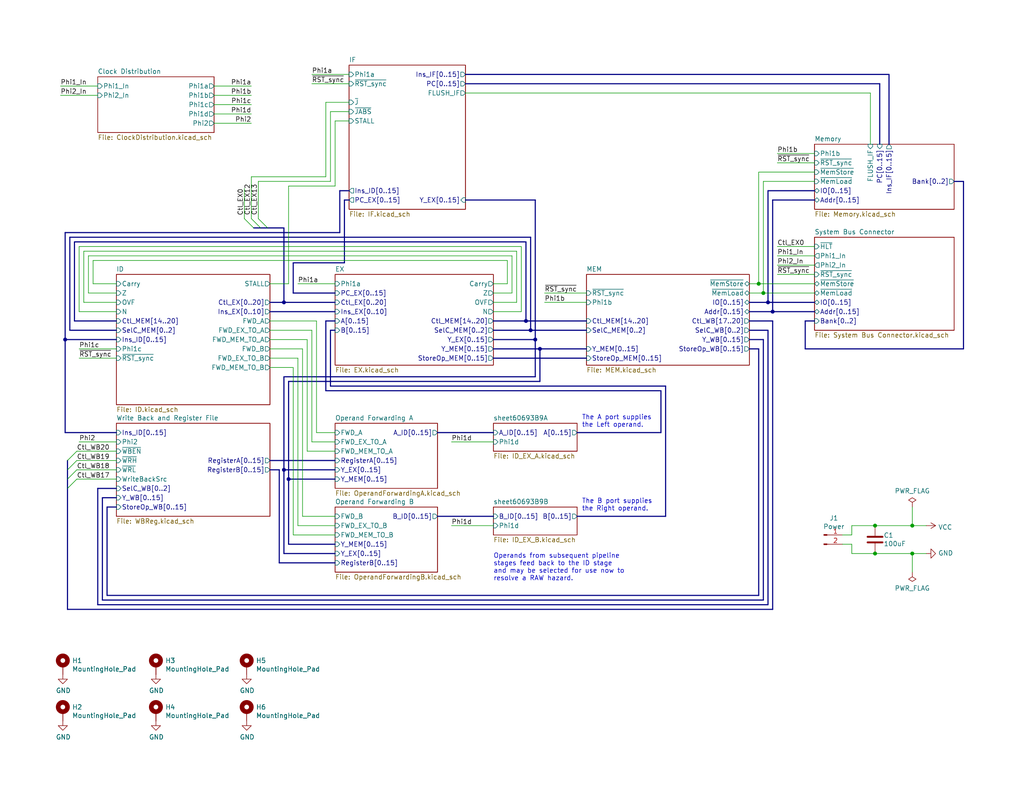
<source format=kicad_sch>
(kicad_sch (version 20250114) (generator "eeschema") (generator_version "9.0")
  (paper "USLetter")
  (title_block (title "Turtle16: Processor Board") (date "2023-11-25") (rev "A") (comment 4 "Microcomputer built from 74xx series logic chips."))
  (lib_symbols
    (symbol "Connector:Conn_01x02_Pin" (pin_names (offset 1.016) (hide yes))
      (property "Reference" "J" (at 0 2.54 0))
      (property "Value" "Conn_01x02_Pin" (at 0 -5.08 0))
      (symbol "Conn_01x02_Pin_1_1"
        (rectangle (start 0.8636 0.127) (end 0 -0.127) (stroke (width 0.1524)) (fill (type outline)))
        (rectangle (start 0.8636 -2.413) (end 0 -2.667) (stroke (width 0.1524)) (fill (type outline)))
        (polyline (pts (xy 1.27 0) (xy 0.8636 0)) (stroke (width 0.1524)))
        (polyline (pts (xy 1.27 -2.54) (xy 0.8636 -2.54)) (stroke (width 0.1524)))
        (pin passive line (at 5.08 0 180) (length 3.81) (name "Pin_1") (number "1"))
        (pin passive line (at 5.08 -2.54 180) (length 3.81) (name "Pin_2") (number "2"))
      )
    )
    (symbol "Device:C" (pin_numbers (hide yes)) (pin_names (offset 0.254))
      (property "Reference" "C" (at 0.635 2.54 0))
      (property "Value" "C" (at 0.635 -2.54 0))
      (symbol "C_0_1"
        (polyline (pts (xy -2.032 0.762) (xy 2.032 0.762)) (stroke (width 0.508)))
        (polyline (pts (xy -2.032 -0.762) (xy 2.032 -0.762)) (stroke (width 0.508)))
      )
      (symbol "C_1_1"
        (pin passive line (at 0 3.81 270) (length 2.794) (name "~") (number "1"))
        (pin passive line (at 0 -3.81 90) (length 2.794) (name "~") (number "2"))
      )
    )
    (symbol "Mechanical:MountingHole_Pad" (pin_numbers (hide yes)) (pin_names (offset 1.016) (hide yes))
      (property "Reference" "H" (at 0 6.35 0))
      (property "Value" "MountingHole_Pad" (at 0 4.445 0))
      (symbol "MountingHole_Pad_0_1"
        (circle (center 0 1.27) (radius 1.27) (stroke (width 1.27)))
      )
      (symbol "MountingHole_Pad_1_1"
        (pin input line (at 0 -2.54 90) (length 2.54) (name "1") (number "1"))
      )
    )
    (symbol "power:GND" (power) (pin_names (offset 0))
      (property "Value" "GND" (at 0 -3.81 0))
      (symbol "GND_0_1"
        (polyline (pts (xy 0 0) (xy 0 -1.27) (xy 1.27 -1.27) (xy 0 -2.54) (xy -1.27 -1.27) (xy 0 -1.27)))
      )
      (symbol "GND_1_1"
        (pin power_in line (at 0 0 270) (length 0) (hide yes) (name "GND") (number "1"))
      )
    )
    (symbol "power:PWR_FLAG" (power) (pin_numbers (hide yes)) (pin_names (offset 0) (hide yes))
      (property "Value" "PWR_FLAG" (at 0 3.81 0))
      (symbol "PWR_FLAG_0_0"
        (pin power_out line (at 0 0 90) (length 0) (name "pwr") (number "1"))
      )
      (symbol "PWR_FLAG_0_1"
        (polyline (pts (xy 0 0) (xy 0 1.27) (xy -1.016 1.905) (xy 0 2.54) (xy 1.016 1.905) (xy 0 1.27)))
      )
    )
    (symbol "power:VCC" (power) (pin_names (offset 0))
      (property "Value" "VCC" (at 0 3.81 0))
      (symbol "VCC_0_1"
        (polyline (pts (xy -0.762 1.27) (xy 0 2.54)))
        (polyline (pts (xy 0 2.54) (xy 0.762 1.27)))
        (polyline (pts (xy 0 0) (xy 0 2.54)))
      )
      (symbol "VCC_1_1"
        (pin power_in line (at 0 0 90) (length 0) (hide yes) (name "VCC") (number "1"))
      )
    )
  )
  (text "Operands from subsequent pipeline\nstages feed back to the ID stage\nand may be selected for use now to\nresolve a RAW hazard." (at 134.62 158.75 0) (effects (font (size 1.27 1.27)) (justify left bottom)))
  (text "The B port supplies\nthe Right operand." (at 158.75 139.7 0) (effects (font (size 1.27 1.27)) (justify left bottom)))
  (text "The A port supplies\nthe Left operand." (at 158.75 116.84 0) (effects (font (size 1.27 1.27)) (justify left bottom)))
  (junction (at 77.47 128.27))
  (junction (at 147.32 95.25))
  (junction (at 207.01 77.47))
  (junction (at 238.76 151.13))
  (junction (at 248.92 151.13))
  (junction (at 208.28 80.01))
  (junction (at 143.51 87.63))
  (junction (at 146.05 92.71))
  (junction (at 144.78 90.17))
  (junction (at 248.92 143.51))
  (junction (at 78.74 130.81))
  (junction (at 209.55 82.55))
  (junction (at 77.47 82.55))
  (junction (at 210.82 85.09))
  (junction (at 17.78 92.71))
  (junction (at 238.76 143.51))
  (bus_entry (at 73.025 62.23) (size -2.54 -2.54))
  (bus_entry (at 71.12 62.23) (size -2.54 -2.54))
  (bus_entry (at 69.215 62.23) (size -2.54 -2.54))
  (bus_entry (at 18.415 128.27) (size 2.54 -2.54))
  (bus_entry (at 18.415 130.81) (size 2.54 -2.54))
  (bus_entry (at 18.415 125.73) (size 2.54 -2.54))
  (bus_entry (at 18.415 133.35) (size 2.54 -2.54))
  (bus (pts (xy 91.44 87.63) (xy 88.9 87.63)))
  (wire (pts (xy 91.44 123.19) (xy 83.82 123.19)))
  (bus (pts (xy 91.44 90.17) (xy 90.17 90.17)))
  (bus (pts (xy 73.66 82.55) (xy 77.47 82.55)))
  (wire (pts (xy 148.59 82.55) (xy 160.02 82.55)))
  (bus (pts (xy 181.61 140.97) (xy 157.48 140.97)))
  (wire (pts (xy 86.36 87.63) (xy 73.66 87.63)))
  (wire (pts (xy 21.59 95.25) (xy 31.75 95.25)))
  (bus (pts (xy 240.03 39.37) (xy 240.03 22.86)))
  (bus (pts (xy 88.9 87.63) (xy 88.9 106.68)))
  (wire (pts (xy 134.62 82.55) (xy 140.97 82.55)))
  (bus (pts (xy 92.71 52.07) (xy 92.71 63.5)))
  (wire (pts (xy 91.44 120.65) (xy 85.09 120.65)))
  (wire (pts (xy 238.76 151.13) (xy 248.92 151.13)))
  (bus (pts (xy 93.98 54.61) (xy 93.98 71.755)))
  (wire (pts (xy 232.41 143.51) (xy 238.76 143.51)))
  (wire (pts (xy 142.24 85.09) (xy 142.24 67.31)))
  (wire (pts (xy 207.01 46.99) (xy 207.01 77.47)))
  (wire (pts (xy 20.955 125.73) (xy 31.75 125.73)))
  (bus (pts (xy 144.78 64.77) (xy 19.05 64.77)))
  (bus (pts (xy 78.74 104.14) (xy 78.74 130.81)))
  (bus (pts (xy 77.47 102.87) (xy 77.47 128.27)))
  (wire (pts (xy 138.43 71.12) (xy 25.4 71.12)))
  (bus (pts (xy 27.94 135.89) (xy 27.94 163.83)))
  (wire (pts (xy 95.25 27.94) (xy 88.9 27.94)))
  (bus (pts (xy 73.66 85.09) (xy 91.44 85.09)))
  (bus (pts (xy 242.57 20.32) (xy 242.57 39.37)))
  (wire (pts (xy 207.01 77.47) (xy 222.25 77.47)))
  (wire (pts (xy 80.01 146.05) (xy 80.01 100.33)))
  (bus (pts (xy 80.01 80.01) (xy 91.44 80.01)))
  (bus (pts (xy 127 20.32) (xy 242.57 20.32)))
  (wire (pts (xy 204.47 80.01) (xy 208.28 80.01)))
  (bus (pts (xy 209.55 165.1) (xy 26.67 165.1)))
  (bus (pts (xy 180.34 106.68) (xy 180.34 118.11)))
  (bus (pts (xy 209.55 82.55) (xy 209.55 52.07)))
  (wire (pts (xy 68.58 48.26) (xy 68.58 59.69)))
  (wire (pts (xy 20.955 128.27) (xy 31.75 128.27)))
  (bus (pts (xy 78.74 130.81) (xy 78.74 148.59)))
  (wire (pts (xy 25.4 77.47) (xy 31.75 77.47)))
  (bus (pts (xy 80.01 71.755) (xy 80.01 80.01)))
  (wire (pts (xy 68.58 23.495) (xy 58.42 23.495)))
  (wire (pts (xy 212.09 44.45) (xy 222.25 44.45)))
  (bus (pts (xy 208.28 163.83) (xy 208.28 92.71)))
  (wire (pts (xy 91.44 50.8) (xy 78.74 50.8)))
  (bus (pts (xy 76.2 128.27) (xy 76.2 153.67)))
  (wire (pts (xy 208.28 49.53) (xy 208.28 80.01)))
  (wire (pts (xy 21.59 97.79) (xy 31.75 97.79)))
  (wire (pts (xy 81.28 97.79) (xy 73.66 97.79)))
  (bus (pts (xy 73.66 128.27) (xy 76.2 128.27)))
  (bus (pts (xy 262.89 49.53) (xy 262.89 95.25)))
  (wire (pts (xy 252.73 143.51) (xy 248.92 143.51)))
  (bus (pts (xy 19.05 64.77) (xy 19.05 90.17)))
  (bus (pts (xy 95.25 54.61) (xy 93.98 54.61)))
  (wire (pts (xy 212.09 69.85) (xy 222.25 69.85)))
  (wire (pts (xy 16.51 23.495) (xy 26.67 23.495)))
  (bus (pts (xy 143.51 87.63) (xy 160.02 87.63)))
  (bus (pts (xy 210.82 166.37) (xy 18.415 166.37)))
  (wire (pts (xy 68.58 26.035) (xy 58.42 26.035)))
  (bus (pts (xy 146.05 102.87) (xy 77.47 102.87)))
  (wire (pts (xy 80.01 100.33) (xy 73.66 100.33)))
  (wire (pts (xy 91.44 33.02) (xy 91.44 50.8)))
  (bus (pts (xy 29.21 162.56) (xy 29.21 138.43)))
  (wire (pts (xy 139.7 69.85) (xy 139.7 80.01)))
  (bus (pts (xy 180.34 118.11) (xy 157.48 118.11)))
  (wire (pts (xy 212.09 67.31) (xy 222.25 67.31)))
  (bus (pts (xy 134.62 92.71) (xy 146.05 92.71)))
  (bus (pts (xy 134.62 90.17) (xy 144.78 90.17)))
  (wire (pts (xy 68.58 28.575) (xy 58.42 28.575)))
  (bus (pts (xy 69.215 62.23) (xy 71.12 62.23)))
  (wire (pts (xy 22.86 68.58) (xy 22.86 82.55)))
  (bus (pts (xy 93.98 71.755) (xy 80.01 71.755)))
  (bus (pts (xy 222.25 54.61) (xy 210.82 54.61)))
  (wire (pts (xy 91.44 118.11) (xy 86.36 118.11)))
  (wire (pts (xy 140.97 68.58) (xy 22.86 68.58)))
  (bus (pts (xy 222.25 87.63) (xy 219.71 87.63)))
  (bus (pts (xy 204.47 90.17) (xy 209.55 90.17)))
  (wire (pts (xy 24.13 69.85) (xy 139.7 69.85)))
  (wire (pts (xy 222.25 49.53) (xy 208.28 49.53)))
  (wire (pts (xy 25.4 71.12) (xy 25.4 77.47)))
  (bus (pts (xy 20.32 87.63) (xy 31.75 87.63)))
  (wire (pts (xy 90.17 49.53) (xy 90.17 30.48)))
  (bus (pts (xy 181.61 105.41) (xy 181.61 140.97)))
  (bus (pts (xy 147.32 95.25) (xy 160.02 95.25)))
  (bus (pts (xy 29.21 138.43) (xy 31.75 138.43)))
  (bus (pts (xy 73.66 125.73) (xy 91.44 125.73)))
  (wire (pts (xy 134.62 85.09) (xy 142.24 85.09)))
  (wire (pts (xy 248.92 138.43) (xy 248.92 143.51)))
  (wire (pts (xy 123.19 143.51) (xy 134.62 143.51)))
  (bus (pts (xy 77.47 151.13) (xy 91.44 151.13)))
  (wire (pts (xy 85.09 20.32) (xy 95.25 20.32)))
  (wire (pts (xy 24.13 80.01) (xy 24.13 69.85)))
  (bus (pts (xy 127 22.86) (xy 240.03 22.86)))
  (bus (pts (xy 262.89 95.25) (xy 219.71 95.25)))
  (bus (pts (xy 208.28 92.71) (xy 204.47 92.71)))
  (bus (pts (xy 77.47 82.55) (xy 91.44 82.55)))
  (wire (pts (xy 21.59 85.09) (xy 31.75 85.09)))
  (bus (pts (xy 92.71 63.5) (xy 17.78 63.5)))
  (wire (pts (xy 78.74 50.8) (xy 78.74 77.47)))
  (wire (pts (xy 83.82 123.19) (xy 83.82 92.71)))
  (bus (pts (xy 146.05 54.61) (xy 146.05 92.71)))
  (bus (pts (xy 262.89 49.53) (xy 260.35 49.53)))
  (bus (pts (xy 88.9 106.68) (xy 180.34 106.68)))
  (bus (pts (xy 78.74 130.81) (xy 91.44 130.81)))
  (wire (pts (xy 138.43 77.47) (xy 138.43 71.12)))
  (bus (pts (xy 73.025 62.23) (xy 77.47 62.23)))
  (wire (pts (xy 222.25 46.99) (xy 207.01 46.99)))
  (wire (pts (xy 91.44 140.97) (xy 82.55 140.97)))
  (wire (pts (xy 68.58 31.115) (xy 58.42 31.115)))
  (wire (pts (xy 83.82 92.71) (xy 73.66 92.71)))
  (bus (pts (xy 210.82 87.63) (xy 210.82 166.37)))
  (bus (pts (xy 31.75 118.11) (xy 17.78 118.11)))
  (wire (pts (xy 232.41 151.13) (xy 238.76 151.13)))
  (wire (pts (xy 70.485 59.69) (xy 70.485 49.53)))
  (bus (pts (xy 18.415 130.81) (xy 18.415 133.35)))
  (wire (pts (xy 82.55 95.25) (xy 73.66 95.25)))
  (bus (pts (xy 147.32 104.14) (xy 78.74 104.14)))
  (wire (pts (xy 248.92 156.21) (xy 248.92 151.13)))
  (wire (pts (xy 95.25 33.02) (xy 91.44 33.02)))
  (wire (pts (xy 212.09 74.93) (xy 222.25 74.93)))
  (wire (pts (xy 78.74 77.47) (xy 73.66 77.47)))
  (wire (pts (xy 204.47 77.47) (xy 207.01 77.47)))
  (bus (pts (xy 204.47 87.63) (xy 210.82 87.63)))
  (bus (pts (xy 19.05 90.17) (xy 31.75 90.17)))
  (bus (pts (xy 31.75 135.89) (xy 27.94 135.89)))
  (bus (pts (xy 78.74 148.59) (xy 91.44 148.59)))
  (wire (pts (xy 91.44 146.05) (xy 80.01 146.05)))
  (bus (pts (xy 143.51 87.63) (xy 143.51 66.04)))
  (bus (pts (xy 18.415 133.35) (xy 18.415 166.37)))
  (wire (pts (xy 232.41 148.59) (xy 232.41 151.13)))
  (wire (pts (xy 68.58 33.655) (xy 58.42 33.655)))
  (wire (pts (xy 123.19 120.65) (xy 134.62 120.65)))
  (wire (pts (xy 21.59 67.31) (xy 21.59 85.09)))
  (bus (pts (xy 134.62 95.25) (xy 147.32 95.25)))
  (bus (pts (xy 17.78 118.11) (xy 17.78 92.71)))
  (bus (pts (xy 209.55 90.17) (xy 209.55 165.1)))
  (wire (pts (xy 85.09 22.86) (xy 95.25 22.86)))
  (wire (pts (xy 88.9 27.94) (xy 88.9 48.26)))
  (wire (pts (xy 237.49 39.37) (xy 237.49 25.4)))
  (wire (pts (xy 229.87 146.05) (xy 232.41 146.05)))
  (bus (pts (xy 77.47 128.27) (xy 77.47 151.13)))
  (bus (pts (xy 146.05 92.71) (xy 146.05 102.87)))
  (bus (pts (xy 26.67 165.1) (xy 26.67 133.35)))
  (wire (pts (xy 85.09 120.65) (xy 85.09 90.17)))
  (wire (pts (xy 212.09 72.39) (xy 222.25 72.39)))
  (wire (pts (xy 134.62 77.47) (xy 138.43 77.47)))
  (wire (pts (xy 229.87 148.59) (xy 232.41 148.59)))
  (bus (pts (xy 134.62 97.79) (xy 160.02 97.79)))
  (bus (pts (xy 210.82 54.61) (xy 210.82 85.09)))
  (bus (pts (xy 76.2 153.67) (xy 91.44 153.67)))
  (bus (pts (xy 77.47 82.55) (xy 77.47 62.23)))
  (bus (pts (xy 207.01 95.25) (xy 207.01 162.56)))
  (bus (pts (xy 219.71 95.25) (xy 219.71 87.63)))
  (bus (pts (xy 18.415 125.73) (xy 18.415 128.27)))
  (bus (pts (xy 31.75 92.71) (xy 17.78 92.71)))
  (wire (pts (xy 91.44 143.51) (xy 81.28 143.51)))
  (wire (pts (xy 248.92 151.13) (xy 252.73 151.13)))
  (wire (pts (xy 82.55 140.97) (xy 82.55 95.25)))
  (wire (pts (xy 148.59 80.01) (xy 160.02 80.01)))
  (wire (pts (xy 208.28 80.01) (xy 222.25 80.01)))
  (wire (pts (xy 232.41 143.51) (xy 232.41 146.05)))
  (wire (pts (xy 238.76 143.51) (xy 248.92 143.51)))
  (wire (pts (xy 81.28 77.47) (xy 91.44 77.47)))
  (wire (pts (xy 88.9 48.26) (xy 68.58 48.26)))
  (wire (pts (xy 85.09 90.17) (xy 73.66 90.17)))
  (bus (pts (xy 90.17 90.17) (xy 90.17 105.41)))
  (bus (pts (xy 209.55 82.55) (xy 222.25 82.55)))
  (bus (pts (xy 143.51 66.04) (xy 20.32 66.04)))
  (bus (pts (xy 77.47 128.27) (xy 91.44 128.27)))
  (wire (pts (xy 86.36 118.11) (xy 86.36 87.63)))
  (bus (pts (xy 144.78 90.17) (xy 144.78 64.77)))
  (wire (pts (xy 66.675 51.435) (xy 66.675 59.69)))
  (bus (pts (xy 20.32 66.04) (xy 20.32 87.63)))
  (bus (pts (xy 127 54.61) (xy 146.05 54.61)))
  (bus (pts (xy 210.82 85.09) (xy 222.25 85.09)))
  (wire (pts (xy 134.62 80.01) (xy 139.7 80.01)))
  (bus (pts (xy 18.415 128.27) (xy 18.415 130.81)))
  (bus (pts (xy 144.78 90.17) (xy 160.02 90.17)))
  (bus (pts (xy 26.67 133.35) (xy 31.75 133.35)))
  (wire (pts (xy 16.51 26.035) (xy 26.67 26.035)))
  (bus (pts (xy 119.38 118.11) (xy 134.62 118.11)))
  (wire (pts (xy 22.86 82.55) (xy 31.75 82.55)))
  (bus (pts (xy 71.12 62.23) (xy 73.025 62.23)))
  (bus (pts (xy 204.47 95.25) (xy 207.01 95.25)))
  (wire (pts (xy 212.09 41.91) (xy 222.25 41.91)))
  (wire (pts (xy 90.17 30.48) (xy 95.25 30.48)))
  (bus (pts (xy 209.55 52.07) (xy 222.25 52.07)))
  (wire (pts (xy 70.485 49.53) (xy 90.17 49.53)))
  (bus (pts (xy 204.47 85.09) (xy 210.82 85.09)))
  (wire (pts (xy 31.75 80.01) (xy 24.13 80.01)))
  (bus (pts (xy 147.32 95.25) (xy 147.32 104.14)))
  (bus (pts (xy 204.47 82.55) (xy 209.55 82.55)))
  (bus (pts (xy 119.38 140.97) (xy 134.62 140.97)))
  (wire (pts (xy 21.59 120.65) (xy 31.75 120.65)))
  (wire (pts (xy 20.955 123.19) (xy 31.75 123.19)))
  (bus (pts (xy 90.17 105.41) (xy 181.61 105.41)))
  (wire (pts (xy 127 25.4) (xy 237.49 25.4)))
  (bus (pts (xy 134.62 87.63) (xy 143.51 87.63)))
  (wire (pts (xy 21.59 67.31) (xy 142.24 67.31)))
  (wire (pts (xy 20.955 130.81) (xy 31.75 130.81)))
  (bus (pts (xy 207.01 162.56) (xy 29.21 162.56)))
  (bus (pts (xy 17.78 63.5) (xy 17.78 92.71)))
  (bus (pts (xy 95.25 52.07) (xy 92.71 52.07)))
  (wire (pts (xy 140.97 82.55) (xy 140.97 68.58)))
  (bus (pts (xy 27.94 163.83) (xy 208.28 163.83)))
  (wire (pts (xy 81.28 143.51) (xy 81.28 97.79)))
  (label "Phi1_In" (at 212.09 69.85 0))
  (label "~{RST_sync}" (at 21.59 97.79 0))
  (label "Phi2_In" (at 212.09 72.39 0))
  (label "~{RST_sync}" (at 212.09 74.93 0))
  (label "Phi1b" (at 68.58 26.035 180))
  (label "Ctl_EX0" (at 66.675 51.435 270))
  (label "Ctl_WB18" (at 20.955 128.27 0))
  (label "Phi2" (at 21.59 120.65 0))
  (label "Phi1_In" (at 16.51 23.495 0))
  (label "Phi1d" (at 123.19 120.65 0))
  (label "~{RST_sync}" (at 85.09 22.86 0))
  (label "Phi1a" (at 81.28 77.47 0))
  (label "Phi2" (at 68.58 33.655 180))
  (label "~{RST_sync}" (at 148.59 80.01 0))
  (label "Phi1c" (at 68.58 28.575 180))
  (label "Phi1b" (at 148.59 82.55 0))
  (label "Ctl_EX13" (at 70.485 50.165 270))
  (label "Phi1b" (at 212.09 41.91 0))
  (label "Ctl_WB19" (at 20.955 125.73 0))
  (label "Phi1c" (at 21.59 95.25 0))
  (label "Ctl_WB17" (at 20.955 130.81 0))
  (label "Phi2_In" (at 16.51 26.035 0))
  (label "Phi1a" (at 68.58 23.495 180))
  (label "Ctl_WB20" (at 20.955 123.19 0))
  (label "Phi1d" (at 123.19 143.51 0))
  (label "Phi1d" (at 68.58 31.115 180))
  (label "Phi1a" (at 85.09 20.32 0))
  (label "Ctl_EX12" (at 68.58 50.165 270))
  (label "Ctl_EX0" (at 212.09 67.31 0))
  (label "~{RST_sync}" (at 212.09 44.45 0))
  (symbol (lib_id "Connector:Conn_01x02_Pin") (at 224.79 146.05 0) (unit 1)
    (property "Reference" "J1" (at 227.5332 141.4526 0))
    (property "Value" "Power" (at 227.5332 143.764 0))
    (property "Footprint" "Connector_Molex:172448-0002" (effects (hide yes)))
    (property "Datasheet" "https://www.molex.com/content/dam/molex/molex-dot-com/products/automated/en-us/salesdrawingpdf/172/172448/1724480002_sd.pdf" (effects (hide yes)))
    (property "Manufacturer" "Molex" (effects (hide yes)))
    (property "Manufacturer#" "172448-0002" (effects (hide yes)))
    (property "Mouser#" "538-172448-0002" (effects (hide yes)))
    (property "Digikey#" "WM16206-ND" (effects (hide yes)))
  )
  (symbol (lib_id "Mechanical:MountingHole_Pad") (at 17.145 181.61 0) (unit 1) (in_bom no)
    (property "Reference" "H1" (at 19.685 180.3654 0) (effects (justify left)))
    (property "Value" "MountingHole_Pad" (at 19.685 182.6768 0) (effects (justify left)))
    (property "Footprint" "MountingHole:MountingHole_3.2mm_M3_Pad" (effects (hide yes)))
  )
  (symbol (lib_id "Mechanical:MountingHole_Pad") (at 42.545 181.61 0) (unit 1) (in_bom no)
    (property "Reference" "H3" (at 45.085 180.3654 0) (effects (justify left)))
    (property "Value" "MountingHole_Pad" (at 45.085 182.6768 0) (effects (justify left)))
    (property "Footprint" "MountingHole:MountingHole_3.2mm_M3_Pad" (effects (hide yes)))
  )
  (symbol (lib_id "power:GND") (at 67.31 196.85 0) (unit 1)
    (property "Reference" "#PWR0447" (effects (hide yes)))
    (property "Value" "GND" (at 67.437 201.2442 0))
  )
  (symbol (lib_id "Mechanical:MountingHole_Pad") (at 42.545 194.31 0) (unit 1) (in_bom no)
    (property "Reference" "H4" (at 45.085 193.0654 0) (effects (justify left)))
    (property "Value" "MountingHole_Pad" (at 45.085 195.3768 0) (effects (justify left)))
    (property "Footprint" "MountingHole:MountingHole_3.2mm_M3_Pad" (effects (hide yes)))
  )
  (symbol (lib_id "Device:C") (at 238.76 147.32 0) (unit 1)
    (property "Reference" "C1" (at 241.0968 146.1516 0) (effects (justify left)))
    (property "Value" "100uF" (at 241.0968 148.463 0) (effects (justify left)))
    (property "Footprint" "Capacitor_SMD:C_1206_3216Metric" (effects (hide yes)))
    (property "Datasheet" "https://www.yuden.co.jp/productdata/catalog/mlcc06_e.pdf" (effects (hide yes)))
    (property "Manufacturer" "Taiyo Yuden" (effects (hide yes)))
    (property "Manufacturer#" "AMK316ABJ107ML-T" (effects (hide yes)))
    (property "Mouser#" "963-AMK316ABJ107ML-T" (effects (hide yes)))
    (property "Digikey#" "587-AMK316ABJ107ML-TCT-ND" (effects (hide yes)))
  )
  (symbol (lib_id "Mechanical:MountingHole_Pad") (at 17.145 194.31 0) (unit 1) (in_bom no)
    (property "Reference" "H2" (at 19.685 193.0654 0) (effects (justify left)))
    (property "Value" "MountingHole_Pad" (at 19.685 195.3768 0) (effects (justify left)))
    (property "Footprint" "MountingHole:MountingHole_3.2mm_M3_Pad" (effects (hide yes)))
  )
  (symbol (lib_id "power:PWR_FLAG") (at 248.92 138.43 0) (unit 1)
    (property "Reference" "#FLG01" (effects (hide yes)))
    (property "Value" "PWR_FLAG" (at 248.92 134.0358 0))
  )
  (symbol (lib_id "power:VCC") (at 252.73 143.51 270) (unit 1)
    (property "Reference" "#PWR05" (effects (hide yes)))
    (property "Value" "VCC" (at 255.9812 143.9418 90) (effects (justify left)))
  )
  (symbol (lib_id "Mechanical:MountingHole_Pad") (at 67.31 181.61 0) (unit 1) (in_bom no)
    (property "Reference" "H5" (at 69.85 180.3654 0) (effects (justify left)))
    (property "Value" "MountingHole_Pad" (at 69.85 182.6768 0) (effects (justify left)))
    (property "Footprint" "MountingHole:MountingHole_3.2mm_M3_Pad" (effects (hide yes)))
  )
  (symbol (lib_id "power:GND") (at 67.31 184.15 0) (unit 1)
    (property "Reference" "#PWR0446" (effects (hide yes)))
    (property "Value" "GND" (at 67.437 188.5442 0))
  )
  (symbol (lib_id "power:GND") (at 17.145 184.15 0) (unit 1)
    (property "Reference" "#PWR01" (effects (hide yes)))
    (property "Value" "GND" (at 17.272 188.5442 0))
  )
  (symbol (lib_id "power:PWR_FLAG") (at 248.92 156.21 180) (unit 1)
    (property "Reference" "#FLG02" (effects (hide yes)))
    (property "Value" "PWR_FLAG" (at 248.92 160.6042 0))
  )
  (symbol (lib_id "power:GND") (at 42.545 184.15 0) (unit 1)
    (property "Reference" "#PWR03" (effects (hide yes)))
    (property "Value" "GND" (at 42.672 188.5442 0))
  )
  (symbol (lib_id "power:GND") (at 252.73 151.13 90) (unit 1)
    (property "Reference" "#PWR06" (effects (hide yes)))
    (property "Value" "GND" (at 255.9812 151.003 90) (effects (justify right)))
  )
  (symbol (lib_id "power:GND") (at 17.145 196.85 0) (unit 1)
    (property "Reference" "#PWR02" (effects (hide yes)))
    (property "Value" "GND" (at 17.272 201.2442 0))
  )
  (symbol (lib_id "Mechanical:MountingHole_Pad") (at 67.31 194.31 0) (unit 1) (in_bom no)
    (property "Reference" "H6" (at 69.85 193.0654 0) (effects (justify left)))
    (property "Value" "MountingHole_Pad" (at 69.85 195.3768 0) (effects (justify left)))
    (property "Footprint" "MountingHole:MountingHole_3.2mm_M3_Pad" (effects (hide yes)))
  )
  (symbol (lib_id "power:GND") (at 42.545 196.85 0) (unit 1)
    (property "Reference" "#PWR04" (effects (hide yes)))
    (property "Value" "GND" (at 42.672 201.2442 0))
  )
  (sheet (at 222.25 64.77) (size 38.1 25.4)
    (property "Sheetname" "System Bus Connector" (at 222.25 64.0584 0) (effects (justify left bottom)))
    (property "Sheetfile" "System Bus Connector.kicad_sch" (at 222.25 90.7546 0) (effects (justify left top)))
    (pin "IO[0..15]" tri_state (at 222.25 82.55 180))
    (pin "Addr[0..15]" tri_state (at 222.25 85.09 180))
    (pin "~{MemLoad}" tri_state (at 222.25 80.01 180))
    (pin "~{MemStore}" tri_state (at 222.25 77.47 180))
    (pin "Phi2_In" output (at 222.25 72.39 180))
    (pin "~{RST_sync}" input (at 222.25 74.93 180))
    (pin "Bank[0..2]" input (at 222.25 87.63 180))
    (pin "Phi1_In" output (at 222.25 69.85 180))
    (pin "~{HLT}" input (at 222.25 67.31 180))
  )
  (sheet (at 95.25 17.78) (size 31.75 39.37)
    (property "Sheetname" "IF" (at 95.25 17.0684 0) (effects (justify left bottom)))
    (property "Sheetfile" "IF.kicad_sch" (at 95.25 57.7346 0) (effects (justify left top)))
    (pin "Ins_ID[0..15]" output (at 95.25 52.07 180))
    (pin "PC_EX[0..15]" output (at 95.25 54.61 180))
    (pin "Y_EX[0..15]" input (at 127 54.61 0))
    (pin "~{J}" input (at 95.25 27.94 180))
    (pin "~{JABS}" input (at 95.25 30.48 180))
    (pin "STALL" input (at 95.25 33.02 180))
    (pin "~{RST_sync}" input (at 95.25 22.86 180))
    (pin "Phi1a" input (at 95.25 20.32 180))
    (pin "PC[0..15]" output (at 127 22.86 0))
    (pin "FLUSH_IF" output (at 127 25.4 0))
    (pin "Ins_IF[0..15]" output (at 127 20.32 0))
  )
  (sheet (at 31.75 74.93) (size 41.91 35.56)
    (property "Sheetname" "ID" (at 31.75 74.2184 0) (effects (justify left bottom)))
    (property "Sheetfile" "ID.kicad_sch" (at 31.75 111.0746 0) (effects (justify left top)))
    (pin "Z" input (at 31.75 80.01 180))
    (pin "Carry" input (at 31.75 77.47 180))
    (pin "Ins_ID[0..15]" input (at 31.75 92.71 180))
    (pin "Ctl_EX[0..20]" output (at 73.66 82.55 0))
    (pin "OVF" input (at 31.75 82.55 180))
    (pin "Ins_EX[0..10]" output (at 73.66 85.09 0))
    (pin "STALL" output (at 73.66 77.47 0))
    (pin "Ctl_MEM[14..20]" input (at 31.75 87.63 180))
    (pin "SelC_MEM[0..2]" input (at 31.75 90.17 180))
    (pin "FWD_EX_TO_B" output (at 73.66 97.79 0))
    (pin "FWD_MEM_TO_B" output (at 73.66 100.33 0))
    (pin "FWD_B" output (at 73.66 95.25 0))
    (pin "FWD_EX_TO_A" output (at 73.66 90.17 0))
    (pin "FWD_MEM_TO_A" output (at 73.66 92.71 0))
    (pin "FWD_A" output (at 73.66 87.63 0))
    (pin "Phi1c" input (at 31.75 95.25 180))
    (pin "~{RST_sync}" input (at 31.75 97.79 180))
    (pin "N" input (at 31.75 85.09 180))
  )
  (sheet (at 91.44 74.93) (size 43.18 24.765)
    (property "Sheetname" "EX" (at 91.44 74.2184 0) (effects (justify left bottom)))
    (property "Sheetfile" "EX.kicad_sch" (at 91.44 100.2796 0) (effects (justify left top)))
    (pin "Y_MEM[0..15]" output (at 134.62 95.25 0))
    (pin "Ctl_MEM[14..20]" output (at 134.62 87.63 0))
    (pin "Z" output (at 134.62 80.01 0))
    (pin "Carry" output (at 134.62 77.47 0))
    (pin "OVF" output (at 134.62 82.55 0))
    (pin "StoreOp_MEM[0..15]" output (at 134.62 97.79 0))
    (pin "SelC_MEM[0..2]" output (at 134.62 90.17 0))
    (pin "Ctl_EX[0..20]" input (at 91.44 82.55 180))
    (pin "PC_EX[0..15]" input (at 91.44 80.01 180))
    (pin "Ins_EX[0..10]" input (at 91.44 85.09 180))
    (pin "A[0..15]" input (at 91.44 87.63 180))
    (pin "B[0..15]" input (at 91.44 90.17 180))
    (pin "Y_EX[0..15]" output (at 134.62 92.71 0))
    (pin "Phi1a" input (at 91.44 77.47 180))
    (pin "N" output (at 134.62 85.09 0))
  )
  (sheet (at 160.02 74.93) (size 44.45 24.765)
    (property "Sheetname" "MEM" (at 160.02 74.2184 0) (effects (justify left bottom)))
    (property "Sheetfile" "MEM.kicad_sch" (at 160.02 100.2796 0) (effects (justify left top)))
    (pin "StoreOp_MEM[0..15]" input (at 160.02 97.79 180))
    (pin "StoreOp_WB[0..15]" output (at 204.47 95.25 0))
    (pin "Y_MEM[0..15]" input (at 160.02 95.25 180))
    (pin "Ctl_MEM[14..20]" input (at 160.02 87.63 180))
    (pin "~{MemStore}" tri_state (at 204.47 77.47 0))
    (pin "~{MemLoad}" tri_state (at 204.47 80.01 0))
    (pin "IO[0..15]" tri_state (at 204.47 82.55 0))
    (pin "Addr[0..15]" tri_state (at 204.47 85.09 0))
    (pin "SelC_WB[0..2]" output (at 204.47 90.17 0))
    (pin "SelC_MEM[0..2]" input (at 160.02 90.17 180))
    (pin "Ctl_WB[17..20]" output (at 204.47 87.63 0))
    (pin "Y_WB[0..15]" output (at 204.47 92.71 0))
    (pin "~{RST_sync}" input (at 160.02 80.01 180))
    (pin "Phi1b" input (at 160.02 82.55 180))
  )
  (sheet (at 222.25 39.37) (size 38.1 17.78) (stroke (width 0.1524))
    (property "Sheetname" "Memory" (at 222.25 38.6584 0) (effects (justify left bottom)))
    (property "Sheetfile" "Memory.kicad_sch" (at 222.25 57.7346 0) (effects (justify left top)))
    (pin "IO[0..15]" tri_state (at 222.25 52.07 180))
    (pin "PC[0..15]" input (at 240.03 39.37 90))
    (pin "Addr[0..15]" tri_state (at 222.25 54.61 180))
    (pin "Ins_IF[0..15]" output (at 242.57 39.37 90))
    (pin "~{MemLoad}" input (at 222.25 49.53 180))
    (pin "~{MemStore}" input (at 222.25 46.99 180))
    (pin "Bank[0..2]" output (at 260.35 49.53 0))
    (pin "Phi1b" input (at 222.25 41.91 180))
    (pin "~{RST_sync}" input (at 222.25 44.45 180))
    (pin "FLUSH_IF" input (at 237.49 39.37 90))
  )
  (sheet (at 91.44 138.43) (size 27.94 17.78)
    (property "Sheetname" "Operand Forwarding B" (at 91.44 137.7184 0) (effects (justify left bottom)))
    (property "Sheetfile" "OperandForwardingB.kicad_sch" (at 91.44 156.7946 0) (effects (justify left top)))
    (pin "FWD_B" input (at 91.44 140.97 180))
    (pin "B_ID[0..15]" output (at 119.38 140.97 0))
    (pin "RegisterB[0..15]" input (at 91.44 153.67 180))
    (pin "Y_EX[0..15]" input (at 91.44 151.13 180))
    (pin "Y_MEM[0..15]" input (at 91.44 148.59 180))
    (pin "FWD_EX_TO_B" input (at 91.44 143.51 180))
    (pin "FWD_MEM_TO_B" input (at 91.44 146.05 180))
  )
  (sheet (at 26.67 20.955) (size 31.75 15.24) (stroke (width 0.1524))
    (property "Sheetname" "Clock Distribution" (at 26.67 20.2434 0) (effects (justify left bottom)))
    (property "Sheetfile" "ClockDistribution.kicad_sch" (at 26.67 36.7796 0) (effects (justify left top)))
    (pin "Phi1a" output (at 58.42 23.495 0))
    (pin "Phi1b" output (at 58.42 26.035 0))
    (pin "Phi1d" output (at 58.42 31.115 0))
    (pin "Phi1c" output (at 58.42 28.575 0))
    (pin "Phi2" output (at 58.42 33.655 0))
    (pin "Phi1_In" input (at 26.67 23.495 180))
    (pin "Phi2_In" input (at 26.67 26.035 180))
  )
  (sheet (at 91.44 115.57) (size 27.94 17.78)
    (property "Sheetname" "Operand Forwarding A" (at 91.44 114.8584 0) (effects (justify left bottom)))
    (property "Sheetfile" "OperandForwardingA.kicad_sch" (at 91.44 133.9346 0) (effects (justify left top)))
    (pin "FWD_A" input (at 91.44 118.11 180))
    (pin "A_ID[0..15]" output (at 119.38 118.11 0))
    (pin "RegisterA[0..15]" input (at 91.44 125.73 180))
    (pin "Y_EX[0..15]" input (at 91.44 128.27 180))
    (pin "Y_MEM[0..15]" input (at 91.44 130.81 180))
    (pin "FWD_EX_TO_A" input (at 91.44 120.65 180))
    (pin "FWD_MEM_TO_A" input (at 91.44 123.19 180))
  )
  (sheet (at 134.62 115.57) (size 22.86 7.62)
    (property "Sheetname" "sheet60693B9A" (at 134.62 114.8584 0) (effects (justify left bottom)))
    (property "Sheetfile" "ID_EX_A.kicad_sch" (at 134.62 123.7746 0) (effects (justify left top)))
    (pin "A_ID[0..15]" input (at 134.62 118.11 180))
    (pin "A[0..15]" output (at 157.48 118.11 0))
    (pin "Phi1d" input (at 134.62 120.65 180))
  )
  (sheet (at 134.62 138.43) (size 22.86 7.62)
    (property "Sheetname" "sheet60693B9B" (at 134.62 137.7184 0) (effects (justify left bottom)))
    (property "Sheetfile" "ID_EX_B.kicad_sch" (at 134.62 146.6346 0) (effects (justify left top)))
    (pin "B_ID[0..15]" input (at 134.62 140.97 180))
    (pin "B[0..15]" output (at 157.48 140.97 0))
    (pin "Phi1d" input (at 134.62 143.51 180))
  )
  (sheet (at 31.75 115.57) (size 41.91 25.4) (stroke (width 0.1524))
    (property "Sheetname" "Write Back and Register File" (at 31.75 114.8584 0) (effects (justify left bottom)))
    (property "Sheetfile" "WBReg.kicad_sch" (at 31.75 141.5546 0) (effects (justify left top)))
    (pin "~{WRL}" input (at 31.75 128.27 180))
    (pin "~{WBEN}" input (at 31.75 123.19 180))
    (pin "StoreOp_WB[0..15]" input (at 31.75 138.43 180))
    (pin "Y_WB[0..15]" input (at 31.75 135.89 180))
    (pin "WriteBackSrc" input (at 31.75 130.81 180))
    (pin "SelC_WB[0..2]" input (at 31.75 133.35 180))
    (pin "Ins_ID[0..15]" input (at 31.75 118.11 180))
    (pin "~{WRH}" input (at 31.75 125.73 180))
    (pin "RegisterA[0..15]" output (at 73.66 125.73 0))
    (pin "RegisterB[0..15]" output (at 73.66 128.27 0))
    (pin "Phi2" input (at 31.75 120.65 180))
  )
)
</source>
